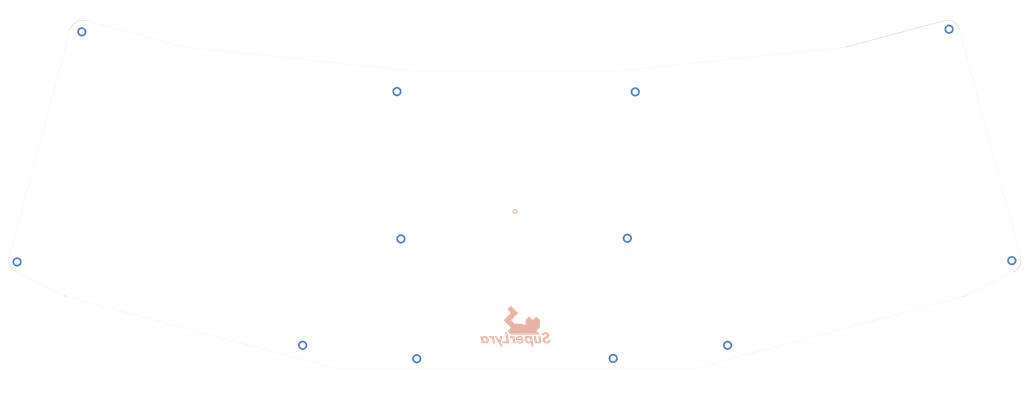
<source format=kicad_pcb>
(kicad_pcb (version 20171130) (host pcbnew "(5.1.10)-1")

  (general
    (thickness 1.6)
    (drawings 18)
    (tracks 0)
    (zones 0)
    (modules 14)
    (nets 2)
  )

  (page A3)
  (title_block
    (title SuperLyra)
    (date 2021-09-12)
    (rev 0.1)
    (company "Black Cat Plasticworks")
  )

  (layers
    (0 F.Cu signal)
    (31 B.Cu signal)
    (32 B.Adhes user)
    (33 F.Adhes user)
    (34 B.Paste user)
    (35 F.Paste user)
    (36 B.SilkS user)
    (37 F.SilkS user)
    (38 B.Mask user)
    (39 F.Mask user)
    (40 Dwgs.User user hide)
    (41 Cmts.User user hide)
    (42 Eco1.User user hide)
    (43 Eco2.User user hide)
    (44 Edge.Cuts user)
    (45 Margin user hide)
    (46 B.CrtYd user)
    (47 F.CrtYd user)
    (48 B.Fab user)
    (49 F.Fab user)
  )

  (setup
    (last_trace_width 0.25)
    (trace_clearance 0.2)
    (zone_clearance 0.508)
    (zone_45_only no)
    (trace_min 0.127)
    (via_size 0.8)
    (via_drill 0.4)
    (via_min_size 0.4)
    (via_min_drill 0.3)
    (uvia_size 0.3)
    (uvia_drill 0.1)
    (uvias_allowed no)
    (uvia_min_size 0.2)
    (uvia_min_drill 0.1)
    (edge_width 0.05)
    (segment_width 0.2)
    (pcb_text_width 0.3)
    (pcb_text_size 1.5 1.5)
    (mod_edge_width 0.12)
    (mod_text_size 1 1)
    (mod_text_width 0.15)
    (pad_size 2.1 2.1)
    (pad_drill 2.1)
    (pad_to_mask_clearance 0)
    (aux_axis_origin 0 0)
    (visible_elements 7FFFBFFF)
    (pcbplotparams
      (layerselection 0x012fc_ffffffff)
      (usegerberextensions true)
      (usegerberattributes false)
      (usegerberadvancedattributes true)
      (creategerberjobfile false)
      (excludeedgelayer true)
      (linewidth 0.100000)
      (plotframeref false)
      (viasonmask false)
      (mode 1)
      (useauxorigin false)
      (hpglpennumber 1)
      (hpglpenspeed 20)
      (hpglpendiameter 15.000000)
      (psnegative false)
      (psa4output false)
      (plotreference true)
      (plotvalue false)
      (plotinvisibletext false)
      (padsonsilk false)
      (subtractmaskfromsilk true)
      (outputformat 1)
      (mirror false)
      (drillshape 0)
      (scaleselection 1)
      (outputdirectory "plate_GerberOutput/"))
  )

  (net 0 "")
  (net 1 GND)

  (net_class Default "This is the default net class."
    (clearance 0.2)
    (trace_width 0.25)
    (via_dia 0.8)
    (via_drill 0.4)
    (uvia_dia 0.3)
    (uvia_drill 0.1)
    (diff_pair_width 0.8)
    (diff_pair_gap 0.25)
    (add_net GND)
  )

  (module Keebio:SinglePad (layer F.Cu) (tedit 597B4593) (tstamp 61624E6F)
    (at 209.931 130.302)
    (path /61706996)
    (fp_text reference J1 (at 0 -1.778) (layer Dwgs.User) hide
      (effects (font (size 1 1) (thickness 0.2)))
    )
    (fp_text value Conn_01x01_Female (at 0 1.778) (layer F.SilkS) hide
      (effects (font (size 1 1) (thickness 0.2)))
    )
    (pad 1 thru_hole circle (at 0 0 270) (size 1.7526 1.7526) (drill 1.0922) (layers *.Cu *.SilkS *.Mask)
      (net 1 GND))
  )

  (module MountingHole:MountingHole_2.2mm_M2_ISO7380_Pad (layer F.Cu) (tedit 56D1B4CB) (tstamp 61486D72)
    (at 42.545 60.833)
    (descr "Mounting Hole 2.2mm, M2, ISO7380")
    (tags "mounting hole 2.2mm m2 iso7380")
    (path /6278166C)
    (attr virtual)
    (fp_text reference H1 (at 0 -2.75) (layer Dwgs.User)
      (effects (font (size 1 1) (thickness 0.15)))
    )
    (fp_text value MountingHole (at 0 2.75) (layer Dwgs.User)
      (effects (font (size 1 1) (thickness 0.15)))
    )
    (fp_circle (center 0 0) (end 2 0) (layer F.CrtYd) (width 0.05))
    (fp_circle (center 0 0) (end 1.75 0) (layer Cmts.User) (width 0.15))
    (fp_text user %R (at 0.3 0) (layer Dwgs.User)
      (effects (font (size 1 1) (thickness 0.15)))
    )
    (pad 1 thru_hole circle (at 0 0) (size 3.5 3.5) (drill 2.2) (layers *.Cu *.Mask))
  )

  (module MountingHole:MountingHole_2.2mm_M2_ISO7380_Pad (layer F.Cu) (tedit 56D1B4CB) (tstamp 61486D92)
    (at 127.889 182.118)
    (descr "Mounting Hole 2.2mm, M2, ISO7380")
    (tags "mounting hole 2.2mm m2 iso7380")
    (path /62784E60)
    (attr virtual)
    (fp_text reference H5 (at 0 -2.75) (layer Dwgs.User)
      (effects (font (size 1 1) (thickness 0.15)))
    )
    (fp_text value MountingHole (at 0 2.75) (layer Dwgs.User)
      (effects (font (size 1 1) (thickness 0.15)))
    )
    (fp_circle (center 0 0) (end 2 0) (layer F.CrtYd) (width 0.05))
    (fp_circle (center 0 0) (end 1.75 0) (layer Cmts.User) (width 0.15))
    (fp_text user %R (at 0.3 0) (layer Dwgs.User)
      (effects (font (size 1 1) (thickness 0.15)))
    )
    (pad 1 thru_hole circle (at 0 0) (size 3.5 3.5) (drill 2.2) (layers *.Cu *.Mask))
  )

  (module MountingHole:MountingHole_2.2mm_M2_ISO7380_Pad (layer F.Cu) (tedit 56D1B4CB) (tstamp 61486DA2)
    (at 165.862 140.97)
    (descr "Mounting Hole 2.2mm, M2, ISO7380")
    (tags "mounting hole 2.2mm m2 iso7380")
    (path /6277F8FC)
    (attr virtual)
    (fp_text reference H7 (at 0 -2.75) (layer Dwgs.User)
      (effects (font (size 1 1) (thickness 0.15)))
    )
    (fp_text value MountingHole (at 0 2.75) (layer Dwgs.User)
      (effects (font (size 1 1) (thickness 0.15)))
    )
    (fp_circle (center 0 0) (end 1.75 0) (layer Cmts.User) (width 0.15))
    (fp_circle (center 0 0) (end 2 0) (layer F.CrtYd) (width 0.05))
    (fp_text user %R (at 0.3 0) (layer Dwgs.User)
      (effects (font (size 1 1) (thickness 0.15)))
    )
    (pad 1 thru_hole circle (at 0 0) (size 3.5 3.5) (drill 2.2) (layers *.Cu *.Mask))
  )

  (module MountingHole:MountingHole_2.2mm_M2_ISO7380_Pad (layer F.Cu) (tedit 56D1B4CB) (tstamp 61486DAA)
    (at 17.526 149.86)
    (descr "Mounting Hole 2.2mm, M2, ISO7380")
    (tags "mounting hole 2.2mm m2 iso7380")
    (path /627B2147)
    (attr virtual)
    (fp_text reference H8 (at 0 -2.75) (layer Dwgs.User)
      (effects (font (size 1 1) (thickness 0.15)))
    )
    (fp_text value MountingHole (at 0 2.75) (layer Dwgs.User)
      (effects (font (size 1 1) (thickness 0.15)))
    )
    (fp_circle (center 0 0) (end 2 0) (layer F.CrtYd) (width 0.05))
    (fp_circle (center 0 0) (end 1.75 0) (layer Cmts.User) (width 0.15))
    (fp_text user %R (at 0.3 0) (layer Dwgs.User)
      (effects (font (size 1 1) (thickness 0.15)))
    )
    (pad 1 thru_hole circle (at 0 0) (size 3.5 3.5) (drill 2.2) (layers *.Cu *.Mask))
  )

  (module MountingHole:MountingHole_2.2mm_M2_ISO7380_Pad (layer F.Cu) (tedit 56D1B4CB) (tstamp 61486DB2)
    (at 171.958 187.325)
    (descr "Mounting Hole 2.2mm, M2, ISO7380")
    (tags "mounting hole 2.2mm m2 iso7380")
    (path /627CE867)
    (attr virtual)
    (fp_text reference H9 (at 0 -2.75) (layer Dwgs.User)
      (effects (font (size 1 1) (thickness 0.15)))
    )
    (fp_text value MountingHole (at 0 2.75) (layer Dwgs.User)
      (effects (font (size 1 1) (thickness 0.15)))
    )
    (fp_circle (center 0 0) (end 1.75 0) (layer Cmts.User) (width 0.15))
    (fp_circle (center 0 0) (end 2 0) (layer F.CrtYd) (width 0.05))
    (fp_text user %R (at 0.3 0) (layer Dwgs.User)
      (effects (font (size 1 1) (thickness 0.15)))
    )
    (pad 1 thru_hole circle (at 0 0) (size 3.5 3.5) (drill 2.2) (layers *.Cu *.Mask))
  )

  (module MountingHole:MountingHole_2.2mm_M2_ISO7380_Pad (layer F.Cu) (tedit 56D1B4CB) (tstamp 61486DBA)
    (at 164.338 83.947)
    (descr "Mounting Hole 2.2mm, M2, ISO7380")
    (tags "mounting hole 2.2mm m2 iso7380")
    (path /627CE899)
    (attr virtual)
    (fp_text reference H10 (at 0 -2.75) (layer Dwgs.User)
      (effects (font (size 1 1) (thickness 0.15)))
    )
    (fp_text value MountingHole (at 0 2.75) (layer Dwgs.User)
      (effects (font (size 1 1) (thickness 0.15)))
    )
    (fp_circle (center 0 0) (end 1.75 0) (layer Cmts.User) (width 0.15))
    (fp_circle (center 0 0) (end 2 0) (layer F.CrtYd) (width 0.05))
    (fp_text user %R (at 0.3 0) (layer Dwgs.User)
      (effects (font (size 1 1) (thickness 0.15)))
    )
    (pad 1 thru_hole circle (at 0 0) (size 3.5 3.5) (drill 2.2) (layers *.Cu *.Mask))
  )

  (module MountingHole:MountingHole_2.2mm_M2_ISO7380_Pad (layer F.Cu) (tedit 56D1B4CB) (tstamp 61486DC2)
    (at 256.413 84.074)
    (descr "Mounting Hole 2.2mm, M2, ISO7380")
    (tags "mounting hole 2.2mm m2 iso7380")
    (path /627CE88F)
    (attr virtual)
    (fp_text reference H11 (at 0 -2.75) (layer Dwgs.User)
      (effects (font (size 1 1) (thickness 0.15)))
    )
    (fp_text value MountingHole (at 0 2.75) (layer Dwgs.User)
      (effects (font (size 1 1) (thickness 0.15)))
    )
    (fp_circle (center 0 0) (end 2 0) (layer F.CrtYd) (width 0.05))
    (fp_circle (center 0 0) (end 1.75 0) (layer Cmts.User) (width 0.15))
    (fp_text user %R (at 0.3 0) (layer Dwgs.User)
      (effects (font (size 1 1) (thickness 0.15)))
    )
    (pad 1 thru_hole circle (at 0 0) (size 3.5 3.5) (drill 2.2) (layers *.Cu *.Mask))
  )

  (module MountingHole:MountingHole_2.2mm_M2_ISO7380_Pad (layer F.Cu) (tedit 56D1B4CB) (tstamp 61486DCA)
    (at 253.365 140.716)
    (descr "Mounting Hole 2.2mm, M2, ISO7380")
    (tags "mounting hole 2.2mm m2 iso7380")
    (path /627CE885)
    (attr virtual)
    (fp_text reference H12 (at 0 -2.75) (layer Dwgs.User)
      (effects (font (size 1 1) (thickness 0.15)))
    )
    (fp_text value MountingHole (at 0 2.75) (layer Dwgs.User)
      (effects (font (size 1 1) (thickness 0.15)))
    )
    (fp_circle (center 0 0) (end 1.75 0) (layer Cmts.User) (width 0.15))
    (fp_circle (center 0 0) (end 2 0) (layer F.CrtYd) (width 0.05))
    (fp_text user %R (at 0.3 0) (layer Dwgs.User)
      (effects (font (size 1 1) (thickness 0.15)))
    )
    (pad 1 thru_hole circle (at 0 0) (size 3.5 3.5) (drill 2.2) (layers *.Cu *.Mask))
  )

  (module MountingHole:MountingHole_2.2mm_M2_ISO7380_Pad (layer F.Cu) (tedit 56D1B4CB) (tstamp 61486DD2)
    (at 401.955 149.352)
    (descr "Mounting Hole 2.2mm, M2, ISO7380")
    (tags "mounting hole 2.2mm m2 iso7380")
    (path /627CE87B)
    (attr virtual)
    (fp_text reference H13 (at 0 -2.75) (layer Dwgs.User)
      (effects (font (size 1 1) (thickness 0.15)))
    )
    (fp_text value MountingHole (at 0 2.75) (layer Dwgs.User)
      (effects (font (size 1 1) (thickness 0.15)))
    )
    (fp_circle (center 0 0) (end 2 0) (layer F.CrtYd) (width 0.05))
    (fp_circle (center 0 0) (end 1.75 0) (layer Cmts.User) (width 0.15))
    (fp_text user %R (at 0.3 0) (layer Dwgs.User)
      (effects (font (size 1 1) (thickness 0.15)))
    )
    (pad 1 thru_hole circle (at 0 0) (size 3.5 3.5) (drill 2.2) (layers *.Cu *.Mask))
  )

  (module MountingHole:MountingHole_2.2mm_M2_ISO7380_Pad (layer F.Cu) (tedit 56D1B4CB) (tstamp 61486DE2)
    (at 247.904 187.198)
    (descr "Mounting Hole 2.2mm, M2, ISO7380")
    (tags "mounting hole 2.2mm m2 iso7380")
    (path /627CD5E5)
    (attr virtual)
    (fp_text reference H15 (at 0 -2.75) (layer Dwgs.User)
      (effects (font (size 1 1) (thickness 0.15)))
    )
    (fp_text value MountingHole (at 0 2.75) (layer Dwgs.User)
      (effects (font (size 1 1) (thickness 0.15)))
    )
    (fp_circle (center 0 0) (end 2 0) (layer F.CrtYd) (width 0.05))
    (fp_circle (center 0 0) (end 1.75 0) (layer Cmts.User) (width 0.15))
    (fp_text user %R (at 0.3 0) (layer Dwgs.User)
      (effects (font (size 1 1) (thickness 0.15)))
    )
    (pad 1 thru_hole circle (at 0 0) (size 3.5 3.5) (drill 2.2) (layers *.Cu *.Mask))
  )

  (module MountingHole:MountingHole_2.2mm_M2_ISO7380_Pad (layer F.Cu) (tedit 56D1B4CB) (tstamp 61486DEA)
    (at 292.1 182.118)
    (descr "Mounting Hole 2.2mm, M2, ISO7380")
    (tags "mounting hole 2.2mm m2 iso7380")
    (path /627CE8A3)
    (attr virtual)
    (fp_text reference H16 (at 0 -2.75) (layer Dwgs.User)
      (effects (font (size 1 1) (thickness 0.15)))
    )
    (fp_text value MountingHole (at 0 2.75) (layer Dwgs.User)
      (effects (font (size 1 1) (thickness 0.15)))
    )
    (fp_circle (center 0 0) (end 2 0) (layer F.CrtYd) (width 0.05))
    (fp_circle (center 0 0) (end 1.75 0) (layer Cmts.User) (width 0.15))
    (fp_text user %R (at 0.3 0) (layer Dwgs.User)
      (effects (font (size 1 1) (thickness 0.15)))
    )
    (pad 1 thru_hole circle (at 0 0) (size 3.5 3.5) (drill 2.2) (layers *.Cu *.Mask))
  )

  (module MountingHole:MountingHole_2.2mm_M2_ISO7380_Pad (layer F.Cu) (tedit 56D1B4CB) (tstamp 61486E0A)
    (at 377.698 59.817)
    (descr "Mounting Hole 2.2mm, M2, ISO7380")
    (tags "mounting hole 2.2mm m2 iso7380")
    (path /627E05FA)
    (attr virtual)
    (fp_text reference H20 (at 0 -2.75) (layer Dwgs.User)
      (effects (font (size 1 1) (thickness 0.15)))
    )
    (fp_text value MountingHole (at 0 2.75) (layer Dwgs.User)
      (effects (font (size 1 1) (thickness 0.15)))
    )
    (fp_circle (center 0 0) (end 1.75 0) (layer Cmts.User) (width 0.15))
    (fp_circle (center 0 0) (end 2 0) (layer F.CrtYd) (width 0.05))
    (fp_text user %R (at 0.3 0) (layer Dwgs.User)
      (effects (font (size 1 1) (thickness 0.15)))
    )
    (pad 1 thru_hole circle (at 0 0) (size 3.5 3.5) (drill 2.2) (layers *.Cu *.Mask))
  )

  (module gfx:SuperLyraLogo (layer B.Cu) (tedit 0) (tstamp 61627A94)
    (at 210.185 174.752 180)
    (path /6287FF33)
    (fp_text reference H25 (at 0 0) (layer B.SilkS) hide
      (effects (font (size 1.524 1.524) (thickness 0.3)) (justify mirror))
    )
    (fp_text value Logo (at 0.75 0) (layer B.SilkS) hide
      (effects (font (size 1.524 1.524) (thickness 0.3)) (justify mirror))
    )
    (fp_poly (pts (xy 1.912894 7.817163) (xy 2.094566 7.662954) (xy 2.338899 7.435828) (xy 2.582392 7.196608)
      (xy 3.255811 6.519215) (xy 1.869941 5.122333) (xy 3.22097 3.751264) (xy 3.608443 3.355042)
      (xy 3.952515 2.997448) (xy 4.236355 2.696454) (xy 4.443128 2.47003) (xy 4.556002 2.336145)
      (xy 4.572 2.30898) (xy 4.514437 2.231279) (xy 4.353135 2.052802) (xy 4.105172 1.791417)
      (xy 3.787627 1.464994) (xy 3.417578 1.091402) (xy 3.217333 0.891637) (xy 2.827745 0.502552)
      (xy 2.481975 0.153489) (xy 2.197051 -0.138052) (xy 1.989997 -0.354576) (xy 1.877841 -0.478584)
      (xy 1.862667 -0.500538) (xy 1.918756 -0.575563) (xy 2.070742 -0.743447) (xy 2.294199 -0.977903)
      (xy 2.516847 -1.204627) (xy 3.171027 -1.862667) (xy 2.497667 -2.54) (xy 1.824306 -3.217334)
      (xy -9.436361 -3.217334) (xy -8.782181 -2.559294) (xy -8.517095 -2.285318) (xy -8.303593 -2.05071)
      (xy -8.166343 -1.883487) (xy -8.128 -1.816341) (xy -8.184752 -1.72498) (xy -8.338147 -1.544625)
      (xy -8.562894 -1.303783) (xy -8.763 -1.100667) (xy -9.398 -0.469905) (xy -9.398 2.416738)
      (xy -8.689164 3.121892) (xy -7.980329 3.827045) (xy -7.296766 3.120023) (xy -6.613203 2.413)
      (xy -5.908283 3.11155) (xy -5.203362 3.810101) (xy -3.81 2.409463) (xy -3.81 1.458731)
      (xy -3.807714 1.080283) (xy -3.801508 0.773289) (xy -3.79236 0.571575) (xy -3.782496 0.508)
      (xy -3.695135 0.533293) (xy -3.488377 0.600321) (xy -3.202977 0.695812) (xy -3.132667 0.719666)
      (xy -2.884907 0.799194) (xy -2.65924 0.856001) (xy -2.419365 0.893847) (xy -2.128984 0.916492)
      (xy -1.751796 0.927694) (xy -1.251503 0.931213) (xy -1.088865 0.931333) (xy 0.332611 0.931333)
      (xy 1.012972 1.578944) (xy 1.287239 1.848051) (xy 1.508604 2.080556) (xy 1.651843 2.248956)
      (xy 1.693333 2.32077) (xy 1.6358 2.405333) (xy 1.474578 2.59038) (xy 1.226733 2.857685)
      (xy 0.909327 3.18902) (xy 0.539428 3.566159) (xy 0.338638 3.767695) (xy -1.016058 5.120406)
      (xy 0.358842 6.497203) (xy 0.755029 6.890271) (xy 1.114154 7.239614) (xy 1.418254 7.528323)
      (xy 1.649368 7.739487) (xy 1.789533 7.856197) (xy 1.821357 7.874) (xy 1.912894 7.817163)) (layer B.SilkS) (width 0.01))
    (fp_poly (pts (xy 10.21114 -3.836348) (xy 10.271535 -3.905541) (xy 10.296332 -4.08284) (xy 10.196533 -4.270548)
      (xy 10.009479 -4.429584) (xy 9.772515 -4.520869) (xy 9.67516 -4.529667) (xy 9.447467 -4.564348)
      (xy 9.271077 -4.682503) (xy 9.133158 -4.9053) (xy 9.020876 -5.253907) (xy 8.9214 -5.749492)
      (xy 8.915949 -5.782011) (xy 8.779264 -6.604) (xy 7.980662 -6.604) (xy 8.222585 -5.228167)
      (xy 8.303289 -4.768335) (xy 8.372707 -4.371162) (xy 8.42596 -4.064695) (xy 8.458169 -3.876984)
      (xy 8.465588 -3.831167) (xy 8.542032 -3.818534) (xy 8.734166 -3.810964) (xy 8.847667 -3.81)
      (xy 9.097222 -3.826053) (xy 9.211645 -3.881414) (xy 9.228667 -3.939535) (xy 9.253483 -4.008115)
      (xy 9.349579 -3.974106) (xy 9.470345 -3.890389) (xy 9.732703 -3.765503) (xy 9.998407 -3.747845)
      (xy 10.21114 -3.836348)) (layer B.SilkS) (width 0.01))
    (fp_poly (pts (xy 3.883257 -2.299804) (xy 4.035907 -2.335085) (xy 4.064 -2.362453) (xy 4.05018 -2.467314)
      (xy 4.012384 -2.706808) (xy 3.956111 -3.048819) (xy 3.886857 -3.461232) (xy 3.810122 -3.911933)
      (xy 3.731402 -4.368804) (xy 3.656195 -4.799731) (xy 3.589999 -5.172598) (xy 3.538312 -5.45529)
      (xy 3.508727 -5.606138) (xy 3.459209 -5.835943) (xy 4.293621 -5.860138) (xy 5.128032 -5.884334)
      (xy 4.985368 -6.604) (xy 2.452107 -6.604) (xy 2.49433 -6.4135) (xy 2.52058 -6.275276)
      (xy 2.569817 -5.997833) (xy 2.637231 -5.60899) (xy 2.71801 -5.136565) (xy 2.807342 -4.608376)
      (xy 2.834789 -4.445) (xy 2.925806 -3.905607) (xy 3.009824 -3.413724) (xy 3.082009 -2.997172)
      (xy 3.137527 -2.683769) (xy 3.171547 -2.501336) (xy 3.176793 -2.4765) (xy 3.225093 -2.361518)
      (xy 3.332462 -2.304742) (xy 3.546374 -2.286744) (xy 3.64228 -2.286) (xy 3.883257 -2.299804)) (layer B.SilkS) (width 0.01))
    (fp_poly (pts (xy 2.252474 -3.836348) (xy 2.312868 -3.905541) (xy 2.337665 -4.08284) (xy 2.237866 -4.270548)
      (xy 2.050812 -4.429584) (xy 1.813848 -4.520869) (xy 1.716494 -4.529667) (xy 1.4888 -4.564348)
      (xy 1.31241 -4.682503) (xy 1.174491 -4.9053) (xy 1.06221 -5.253907) (xy 0.962733 -5.749492)
      (xy 0.957283 -5.782011) (xy 0.820598 -6.604) (xy 0.021995 -6.604) (xy 0.263918 -5.228167)
      (xy 0.344622 -4.768335) (xy 0.41404 -4.371162) (xy 0.467293 -4.064695) (xy 0.499502 -3.876984)
      (xy 0.506921 -3.831167) (xy 0.583365 -3.818534) (xy 0.775499 -3.810964) (xy 0.889 -3.81)
      (xy 1.138555 -3.826053) (xy 1.252979 -3.881414) (xy 1.27 -3.939535) (xy 1.294817 -4.008115)
      (xy 1.390913 -3.974106) (xy 1.511678 -3.890389) (xy 1.774036 -3.765503) (xy 2.03974 -3.747845)
      (xy 2.252474 -3.836348)) (layer B.SilkS) (width 0.01))
    (fp_poly (pts (xy 12.210879 -3.782639) (xy 12.404616 -3.918333) (xy 12.474619 -3.97865) (xy 12.784667 -4.250875)
      (xy 12.784667 -4.030438) (xy 12.797721 -3.89845) (xy 12.866195 -3.833425) (xy 13.034054 -3.811858)
      (xy 13.197002 -3.81) (xy 13.609338 -3.81) (xy 13.367415 -5.185834) (xy 13.286711 -5.645666)
      (xy 13.217293 -6.042839) (xy 13.16404 -6.349305) (xy 13.131831 -6.537017) (xy 13.124412 -6.582834)
      (xy 13.047968 -6.595466) (xy 12.855834 -6.603036) (xy 12.742333 -6.604) (xy 12.504549 -6.593106)
      (xy 12.392068 -6.54739) (xy 12.361548 -6.447302) (xy 12.361333 -6.432132) (xy 12.35413 -6.322871)
      (xy 12.30472 -6.312055) (xy 12.171401 -6.400774) (xy 12.12033 -6.438445) (xy 11.75272 -6.615953)
      (xy 11.346993 -6.658785) (xy 10.962461 -6.561639) (xy 10.92918 -6.544934) (xy 10.613122 -6.294846)
      (xy 10.418346 -5.963858) (xy 10.336583 -5.580113) (xy 10.353945 -5.271584) (xy 11.169874 -5.271584)
      (xy 11.186988 -5.548638) (xy 11.291912 -5.780835) (xy 11.468447 -5.94127) (xy 11.700397 -6.003038)
      (xy 11.971564 -5.939231) (xy 12.148508 -5.827785) (xy 12.412444 -5.537391) (xy 12.545254 -5.203945)
      (xy 12.53162 -4.868548) (xy 12.519877 -4.831442) (xy 12.3562 -4.551647) (xy 12.125928 -4.41871)
      (xy 11.851861 -4.435672) (xy 11.556794 -4.605576) (xy 11.463867 -4.690534) (xy 11.256768 -4.976581)
      (xy 11.169874 -5.271584) (xy 10.353945 -5.271584) (xy 10.359563 -5.171751) (xy 10.479016 -4.766916)
      (xy 10.686674 -4.393749) (xy 10.974266 -4.080391) (xy 11.333523 -3.854986) (xy 11.751619 -3.746104)
      (xy 12.021664 -3.73438) (xy 12.210879 -3.782639)) (layer B.SilkS) (width 0.01))
    (fp_poly (pts (xy -1.095931 -3.763804) (xy -0.692858 -3.902247) (xy -0.399261 -4.157526) (xy -0.227542 -4.519065)
      (xy -0.188685 -4.953) (xy -0.211667 -5.376334) (xy -1.248833 -5.400106) (xy -1.684976 -5.412287)
      (xy -1.979156 -5.428284) (xy -2.158742 -5.452779) (xy -2.251103 -5.490451) (xy -2.283608 -5.545982)
      (xy -2.286 -5.577484) (xy -2.213401 -5.788059) (xy -2.024904 -5.932742) (xy -1.764465 -6.001511)
      (xy -1.476037 -5.984346) (xy -1.203574 -5.871226) (xy -1.154041 -5.835559) (xy -0.978314 -5.722952)
      (xy -0.813429 -5.709077) (xy -0.634623 -5.757458) (xy -0.441656 -5.838014) (xy -0.34228 -5.912468)
      (xy -0.338667 -5.924462) (xy -0.406583 -6.044888) (xy -0.579616 -6.207339) (xy -0.811689 -6.377586)
      (xy -1.056726 -6.521397) (xy -1.246519 -6.598909) (xy -1.698415 -6.680086) (xy -2.09289 -6.640597)
      (xy -2.452296 -6.498167) (xy -2.817476 -6.238237) (xy -3.034725 -5.90263) (xy -3.110768 -5.478616)
      (xy -3.102017 -5.26897) (xy -2.993935 -4.819632) (xy -2.187868 -4.819632) (xy -2.089248 -4.880581)
      (xy -1.843652 -4.899106) (xy -1.5875 -4.893209) (xy -1.270739 -4.87623) (xy -1.08939 -4.849888)
      (xy -1.009542 -4.802961) (xy -0.997285 -4.724225) (xy -1.000689 -4.699) (xy -1.108302 -4.477158)
      (xy -1.315269 -4.349779) (xy -1.575304 -4.324937) (xy -1.842121 -4.410706) (xy -1.993515 -4.525818)
      (xy -2.151846 -4.705098) (xy -2.187868 -4.819632) (xy -2.993935 -4.819632) (xy -2.975932 -4.744788)
      (xy -2.715178 -4.313841) (xy -2.335926 -3.992406) (xy -1.854344 -3.796763) (xy -1.596077 -3.752774)
      (xy -1.095931 -3.763804)) (layer B.SilkS) (width 0.01))
    (fp_poly (pts (xy -9.198024 -3.809584) (xy -9.14545 -3.81) (xy -8.741923 -3.81) (xy -8.899235 -4.677834)
      (xy -8.965254 -5.05447) (xy -9.017923 -5.378568) (xy -9.050574 -5.607684) (xy -9.05794 -5.687786)
      (xy -8.989632 -5.891721) (xy -8.821518 -6.02894) (xy -8.615312 -6.050306) (xy -8.605912 -6.047693)
      (xy -8.414438 -5.965695) (xy -8.269113 -5.831342) (xy -8.155236 -5.616111) (xy -8.058111 -5.291478)
      (xy -7.963039 -4.828917) (xy -7.954961 -4.784432) (xy -7.888265 -4.412198) (xy -7.83441 -4.107095)
      (xy -7.799515 -3.904091) (xy -7.789333 -3.83799) (xy -7.713582 -3.82129) (xy -7.521944 -3.811279)
      (xy -7.408333 -3.81) (xy -7.252831 -3.809341) (xy -7.142134 -3.822595) (xy -7.073631 -3.872606)
      (xy -7.044708 -3.982221) (xy -7.052753 -4.174285) (xy -7.095151 -4.471643) (xy -7.169291 -4.897141)
      (xy -7.23936 -5.287297) (xy -7.315318 -5.716376) (xy -7.379162 -6.085713) (xy -7.425487 -6.363372)
      (xy -7.448891 -6.517416) (xy -7.450667 -6.53613) (xy -7.526757 -6.575164) (xy -7.720946 -6.599702)
      (xy -7.866074 -6.604) (xy -8.111873 -6.597906) (xy -8.226465 -6.566414) (xy -8.247882 -6.489713)
      (xy -8.231765 -6.4135) (xy -8.204188 -6.283013) (xy -8.245853 -6.290162) (xy -8.337497 -6.378258)
      (xy -8.673051 -6.601167) (xy -9.063411 -6.67816) (xy -9.461584 -6.601331) (xy -9.623507 -6.475962)
      (xy -9.773594 -6.267539) (xy -9.792757 -6.229907) (xy -9.854233 -6.085393) (xy -9.88571 -5.944887)
      (xy -9.886898 -5.767444) (xy -9.857509 -5.512122) (xy -9.797252 -5.137974) (xy -9.784504 -5.063043)
      (xy -9.702998 -4.581373) (xy -9.64155 -4.241388) (xy -9.58767 -4.018598) (xy -9.528867 -3.888513)
      (xy -9.452652 -3.826643) (xy -9.346534 -3.808497) (xy -9.198024 -3.809584)) (layer B.SilkS) (width 0.01))
    (fp_poly (pts (xy -10.936514 -2.342764) (xy -10.523767 -2.582088) (xy -10.27523 -2.844239) (xy -10.14833 -3.019529)
      (xy -10.111159 -3.136285) (xy -10.180434 -3.234504) (xy -10.372869 -3.354183) (xy -10.522367 -3.435583)
      (xy -10.681463 -3.50849) (xy -10.79236 -3.492259) (xy -10.921381 -3.3678) (xy -10.974394 -3.305485)
      (xy -11.172468 -3.121904) (xy -11.397054 -3.052987) (xy -11.516146 -3.048) (xy -11.825416 -3.101664)
      (xy -12.032319 -3.248707) (xy -12.107333 -3.467014) (xy -12.075993 -3.599783) (xy -11.965607 -3.729619)
      (xy -11.751623 -3.876362) (xy -11.409491 -4.059848) (xy -11.316173 -4.106334) (xy -10.860204 -4.391639)
      (xy -10.565065 -4.72017) (xy -10.426522 -5.097367) (xy -10.414 -5.266059) (xy -10.492953 -5.687986)
      (xy -10.708717 -6.083123) (xy -11.029646 -6.407452) (xy -11.372012 -6.598614) (xy -11.62744 -6.656191)
      (xy -11.960097 -6.681733) (xy -12.304969 -6.675642) (xy -12.597046 -6.638324) (xy -12.742333 -6.590093)
      (xy -13.020496 -6.3913) (xy -13.293934 -6.124658) (xy -13.493662 -5.858518) (xy -13.509177 -5.830288)
      (xy -13.569591 -5.692063) (xy -13.553386 -5.59257) (xy -13.436132 -5.484553) (xy -13.272939 -5.373328)
      (xy -13.051769 -5.240567) (xy -12.930163 -5.208214) (xy -12.881046 -5.25804) (xy -12.800442 -5.387101)
      (xy -12.643312 -5.572849) (xy -12.56786 -5.6515) (xy -12.288566 -5.849016) (xy -11.994413 -5.926198)
      (xy -11.720735 -5.892835) (xy -11.502865 -5.758719) (xy -11.376136 -5.53364) (xy -11.361508 -5.317226)
      (xy -11.395326 -5.168122) (xy -11.484835 -5.046507) (xy -11.664422 -4.91954) (xy -11.929879 -4.774387)
      (xy -12.232655 -4.605413) (xy -12.499482 -4.436575) (xy -12.668255 -4.308053) (xy -12.908002 -3.982909)
      (xy -13.002636 -3.620447) (xy -12.962689 -3.25005) (xy -12.798691 -2.9011) (xy -12.521174 -2.602979)
      (xy -12.140669 -2.385069) (xy -11.957804 -2.325854) (xy -11.416836 -2.256641) (xy -10.936514 -2.342764)) (layer B.SilkS) (width 0.01))
    (fp_poly (pts (xy 8.028332 -3.995627) (xy 7.951692 -4.119821) (xy 7.801405 -4.367551) (xy 7.590632 -4.716966)
      (xy 7.332534 -5.146213) (xy 7.040274 -5.633441) (xy 6.776028 -6.074834) (xy 5.649254 -7.958667)
      (xy 5.23263 -7.958667) (xy 5.00124 -7.947262) (xy 4.866001 -7.918096) (xy 4.850027 -7.895167)
      (xy 4.905288 -7.799924) (xy 5.027604 -7.592952) (xy 5.197084 -7.307825) (xy 5.336599 -7.073906)
      (xy 5.789149 -6.316144) (xy 5.606302 -5.634572) (xy 5.4922 -5.215556) (xy 5.367367 -4.766777)
      (xy 5.258437 -4.383975) (xy 5.256486 -4.377241) (xy 5.089516 -3.801481) (xy 5.526319 -3.826907)
      (xy 5.963122 -3.852334) (xy 6.115314 -4.529667) (xy 6.19194 -4.861427) (xy 6.259562 -5.137785)
      (xy 6.306141 -5.309978) (xy 6.313235 -5.331439) (xy 6.371645 -5.320711) (xy 6.494141 -5.169542)
      (xy 6.671731 -4.890244) (xy 6.807817 -4.654106) (xy 7.256669 -3.852334) (xy 8.153861 -3.800254)
      (xy 8.028332 -3.995627)) (layer B.SilkS) (width 0.01))
    (fp_poly (pts (xy -4.151964 -3.800951) (xy -3.882124 -3.945821) (xy -3.635854 -4.271824) (xy -3.501388 -4.684707)
      (xy -3.48409 -5.139651) (xy -3.589325 -5.591839) (xy -3.665138 -5.758523) (xy -3.981239 -6.207277)
      (xy -4.374533 -6.508723) (xy -4.838991 -6.65854) (xy -4.936472 -6.669648) (xy -5.211678 -6.682566)
      (xy -5.390817 -6.648374) (xy -5.545442 -6.544001) (xy -5.656971 -6.437337) (xy -5.826212 -6.283588)
      (xy -5.909352 -6.253626) (xy -5.926667 -6.310185) (xy -5.941347 -6.454261) (xy -5.980572 -6.717725)
      (xy -6.037123 -7.053641) (xy -6.064424 -7.205698) (xy -6.202182 -7.958667) (xy -6.606831 -7.958667)
      (xy -6.851248 -7.949355) (xy -6.963911 -7.911566) (xy -6.981846 -7.830516) (xy -6.977941 -7.8105)
      (xy -6.953992 -7.68501) (xy -6.906439 -7.419959) (xy -6.84009 -7.042719) (xy -6.759749 -6.580662)
      (xy -6.670223 -6.06116) (xy -6.647167 -5.926667) (xy -6.540469 -5.298809) (xy -5.718047 -5.298809)
      (xy -5.68483 -5.584709) (xy -5.539578 -5.816745) (xy -5.415806 -5.903178) (xy -5.266079 -5.978147)
      (xy -5.168278 -5.9992) (xy -5.047889 -5.964968) (xy -4.876679 -5.893277) (xy -4.582273 -5.700614)
      (xy -4.388883 -5.434707) (xy -4.306731 -5.135608) (xy -4.346035 -4.843366) (xy -4.517017 -4.598033)
      (xy -4.541085 -4.578145) (xy -4.723224 -4.450018) (xy -4.87031 -4.413938) (xy -5.053191 -4.465456)
      (xy -5.208829 -4.536209) (xy -5.473714 -4.732731) (xy -5.645564 -5.000873) (xy -5.718047 -5.298809)
      (xy -6.540469 -5.298809) (xy -6.536619 -5.27616) (xy -6.450674 -4.773261) (xy -6.382546 -4.399179)
      (xy -6.325447 -4.135123) (xy -6.272593 -3.962301) (xy -6.217196 -3.861924) (xy -6.152469 -3.815199)
      (xy -6.071627 -3.803337) (xy -5.967883 -3.807545) (xy -5.88272 -3.81) (xy -5.630176 -3.827475)
      (xy -5.516577 -3.885864) (xy -5.503333 -3.934145) (xy -5.474885 -3.997399) (xy -5.367968 -3.971115)
      (xy -5.203489 -3.881377) (xy -4.879814 -3.764454) (xy -4.50731 -3.738718) (xy -4.151964 -3.800951)) (layer B.SilkS) (width 0.01))
  )

  (gr_line (start 375.643114 56.579253) (end 337.600635 66.772705) (layer Edge.Cuts) (width 0.2) (tstamp 61485269))
  (gr_line (start 247.65 76.2) (end 337.600635 66.772705) (layer Edge.Cuts) (width 0.05) (tstamp 614B70D9))
  (gr_line (start 172.72 76.2) (end 247.65 76.2) (layer Edge.Cuts) (width 0.05) (tstamp 614B70D7))
  (gr_line (start 172.72 76.2) (end 82.209365 66.701636) (layer Edge.Cuts) (width 0.05) (tstamp 614B709A))
  (gr_line (start 44.166886 56.508184) (end 82.209365 66.701636) (layer Edge.Cuts) (width 0.05) (tstamp 614B705E))
  (gr_line (start 14.516257 147.847322) (end 38.043162 60.043718) (layer Edge.Cuts) (width 0.05) (tstamp 614B7022))
  (gr_line (start 35.865593 162.887336) (end 17.129753 153.623467) (layer Edge.Cuts) (width 0.05) (tstamp 614B701F))
  (gr_line (start 140.560747 191.04084) (end 36.787631 163.234917) (layer Edge.Cuts) (width 0.05) (tstamp 614B6FE3))
  (gr_line (start 279.249253 191.111909) (end 140.560747 191.04084) (layer Edge.Cuts) (width 0.05) (tstamp 614B6FA7))
  (gr_line (start 383.022369 163.305986) (end 279.249253 191.111909) (layer Edge.Cuts) (width 0.05) (tstamp 614B6F6B))
  (gr_line (start 402.680247 153.694536) (end 383.944407 162.958405) (layer Edge.Cuts) (width 0.05) (tstamp 614B6F2F))
  (gr_line (start 405.293743 147.918391) (end 381.766838 60.114787) (layer Edge.Cuts) (width 0.05) (tstamp 614B6EF3))
  (gr_arc (start 376.937209 61.408882) (end 375.643114 56.579253) (angle 90) (layer Edge.Cuts) (width 0.2))
  (gr_arc (start 400.464113 149.212487) (end 405.293743 147.918391) (angle 78.69006753) (layer Edge.Cuts) (width 0.2))
  (gr_arc (start 381.728274 158.476357) (end 383.944407 162.958405) (angle 11.30993247) (layer Edge.Cuts) (width 0.2))
  (gr_arc (start 38.081726 158.405288) (end 35.865593 162.887336) (angle -11.30993247) (layer Edge.Cuts) (width 0.2))
  (gr_arc (start 42.872791 61.337813) (end 44.166886 56.508184) (angle -90) (layer Edge.Cuts) (width 0.2))
  (gr_arc (start 19.345887 149.141418) (end 14.516257 147.847322) (angle -78.69006753) (layer Edge.Cuts) (width 0.2))

  (zone (net 1) (net_name GND) (layer F.Cu) (tstamp 61627A6B) (hatch edge 0.508)
    (connect_pads yes (clearance 0.508))
    (min_thickness 0.254)
    (fill yes (arc_segments 32) (thermal_gap 0.508) (thermal_bridge_width 0.508))
    (polygon
      (pts
        (xy 403.86 51.054) (xy 405.892 51.562) (xy 405.638 186.182) (xy 214.63 205.994) (xy 14.986 173.736)
        (xy 10.922 93.472) (xy 27.686 48.514)
      )
    )
  )
  (zone (net 1) (net_name GND) (layer B.Cu) (tstamp 61627A68) (hatch edge 0.508)
    (connect_pads yes (clearance 0.508))
    (min_thickness 0.254)
    (fill yes (arc_segments 32) (thermal_gap 0.508) (thermal_bridge_width 0.508))
    (polygon
      (pts
        (xy 392.176 51.308) (xy 406.654 147.828) (xy 401.828 172.212) (xy 258.064 199.136) (xy 133.35 199.136)
        (xy 16.256 161.29) (xy 11.938 145.542) (xy 15.748 65.532) (xy 27.94 48.768)
      )
    )
  )
)

</source>
